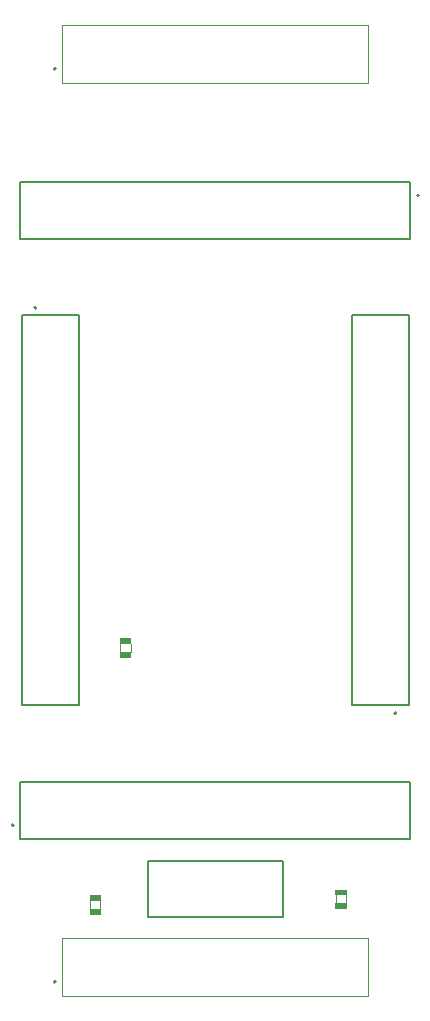
<source format=gbr>
%TF.GenerationSoftware,Altium Limited,Altium Designer,23.4.1 (23)*%
G04 Layer_Color=16711935*
%FSLAX45Y45*%
%MOMM*%
%TF.SameCoordinates,3C8645F9-427F-4EF9-BD5D-D69B0DC8593D*%
%TF.FilePolarity,Positive*%
%TF.FileFunction,Other,Mechanical_13*%
%TF.Part,Single*%
G01*
G75*
%TA.AperFunction,NonConductor*%
%ADD22C,0.20000*%
%ADD24C,0.12700*%
%ADD36C,0.10160*%
%ADD37C,0.10000*%
G36*
X937010Y3367560D02*
X841987D01*
Y3417611D01*
X937010D01*
Y3367560D01*
D02*
G37*
G36*
Y3250720D02*
X841913D01*
Y3300662D01*
X937010D01*
Y3250720D01*
D02*
G37*
G36*
X2761712Y1239588D02*
X2666615D01*
Y1289530D01*
X2761712D01*
Y1239588D01*
D02*
G37*
G36*
X682087Y1191963D02*
X586990D01*
Y1241905D01*
X682087D01*
Y1191963D01*
D02*
G37*
G36*
X2761638Y1122639D02*
X2666615D01*
Y1172690D01*
X2761638D01*
Y1122639D01*
D02*
G37*
G36*
X682013Y1075014D02*
X586990D01*
Y1125065D01*
X682013D01*
Y1075014D01*
D02*
G37*
D22*
X137000Y6216000D02*
G03*
X137000Y6216000I-10000J0D01*
G01*
X-56000Y1833000D02*
G03*
X-56000Y1833000I-10000J0D01*
G01*
X3376000Y7167000D02*
G03*
X3376000Y7167000I-10000J0D01*
G01*
X3183000Y2784000D02*
G03*
X3183000Y2784000I-10000J0D01*
G01*
X300500Y8238000D02*
G03*
X300500Y8238000I-10000J0D01*
G01*
Y508000D02*
G03*
X300500Y508000I-10000J0D01*
G01*
D24*
X12500Y2849000D02*
X495500D01*
Y6151000D01*
X12500D02*
X495500D01*
X12500Y2849000D02*
Y6151000D01*
Y2849000D02*
X495500D01*
Y6151000D01*
X12500D02*
X495500D01*
X-1000Y1718500D02*
Y2201500D01*
X3301000D01*
Y1718500D02*
Y2201500D01*
X-1000Y1718500D02*
X3301000D01*
X-1000D02*
Y2201500D01*
X3301000D01*
Y1718500D02*
Y2201500D01*
Y6798500D02*
Y7281500D01*
X-1000Y6798500D02*
X3301000D01*
X-1000D02*
Y7281500D01*
X3301000D01*
Y6798500D02*
Y7281500D01*
X-1000Y6798500D02*
X3301000D01*
X-1000D02*
Y7281500D01*
X1081000Y1060400D02*
X2221000D01*
X1081000Y1530400D02*
X2221000D01*
Y1060400D02*
Y1530400D01*
X1081000Y1060400D02*
Y1530400D01*
X2804500Y2849000D02*
X3287500D01*
X2804500D02*
Y6151000D01*
X3287500D01*
Y2849000D02*
Y6151000D01*
X2804500Y2849000D02*
X3287500D01*
X2804500D02*
Y6151000D01*
X3287500D01*
D36*
X847100Y3298150D02*
Y3369350D01*
X932200Y3298150D02*
Y3369350D01*
X2756525Y1170900D02*
Y1242100D01*
X2671425Y1170900D02*
Y1242100D01*
X676900Y1123275D02*
Y1194475D01*
X591800Y1123275D02*
Y1194475D01*
D37*
X2946500Y8117350D02*
Y8612650D01*
X355500D02*
X2946500D01*
X355500Y8117350D02*
Y8612650D01*
Y8117350D02*
X2946500D01*
Y8612650D01*
X355500D02*
X2946500D01*
X355500Y8117350D02*
Y8612650D01*
X2946500Y387350D02*
Y882650D01*
X355500D02*
X2946500D01*
X355500Y387350D02*
Y882650D01*
Y387350D02*
X2946500D01*
Y882650D01*
X355500D02*
X2946500D01*
X355500Y387350D02*
Y882650D01*
%TF.MD5,b82660317ac4c5b53fa90d65689ed70e*%
M02*

</source>
